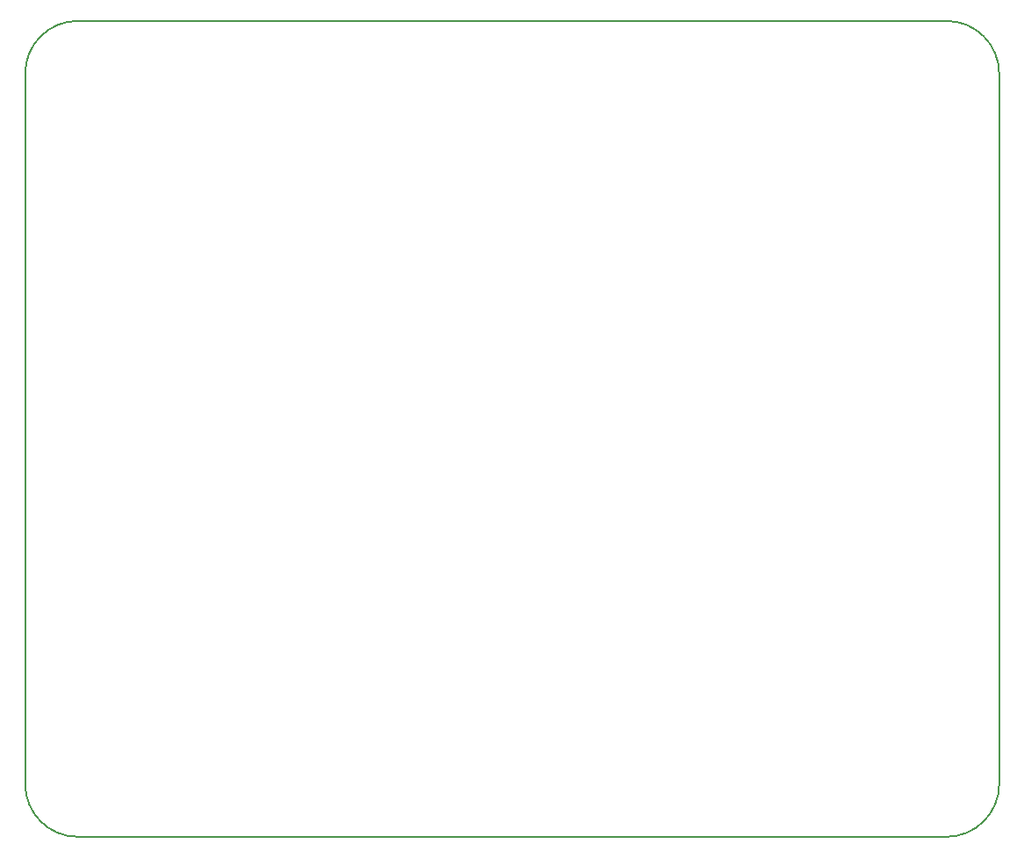
<source format=gbr>
G04 #@! TF.FileFunction,Profile,NP*
%FSLAX46Y46*%
G04 Gerber Fmt 4.6, Leading zero omitted, Abs format (unit mm)*
G04 Created by KiCad (PCBNEW 4.0.7) date 11/01/17 14:25:33*
%MOMM*%
%LPD*%
G01*
G04 APERTURE LIST*
%ADD10C,0.100000*%
%ADD11C,0.150000*%
G04 APERTURE END LIST*
D10*
D11*
X196850000Y-144780000D02*
X113030000Y-144780000D01*
X201930000Y-71120000D02*
X201930000Y-139700000D01*
X196850000Y-66040000D02*
X113030000Y-66040000D01*
X201930000Y-71120000D02*
G75*
G03X196850000Y-66040000I-5080000J0D01*
G01*
X196850000Y-144780000D02*
G75*
G03X201930000Y-139700000I0J5080000D01*
G01*
X107950000Y-139700000D02*
X107950000Y-71120000D01*
X107950000Y-139700000D02*
G75*
G03X113030000Y-144780000I5080000J0D01*
G01*
X113030000Y-66040000D02*
G75*
G03X107950000Y-71120000I0J-5080000D01*
G01*
M02*

</source>
